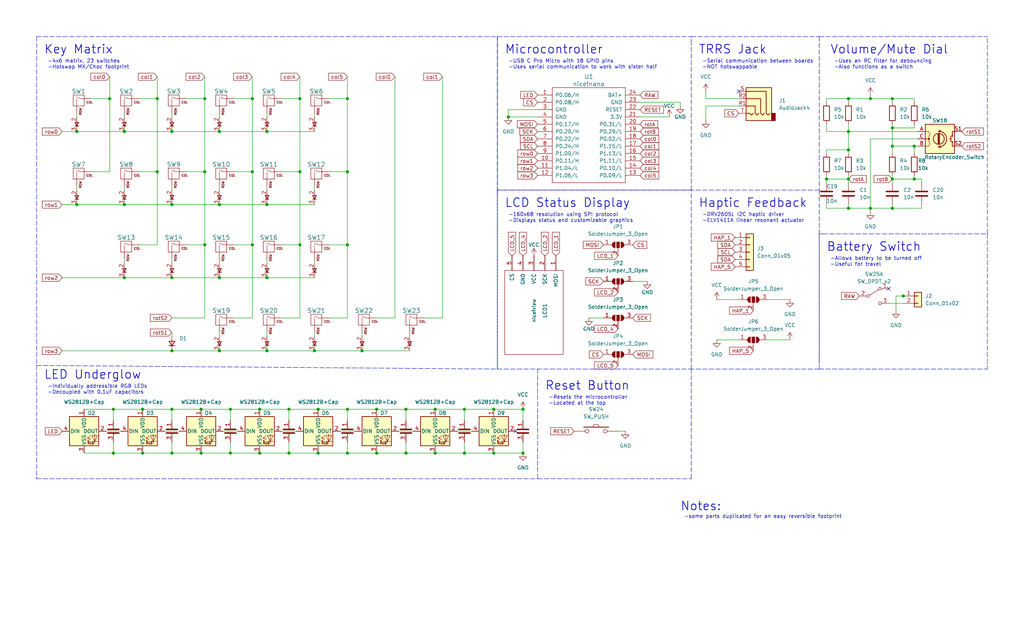
<source format=kicad_sch>
(kicad_sch (version 20211123) (generator eeschema)
  (paper "USLegal")
  (title_block (title "hb44") (date "2022-08-27") (rev "v1"))
  (junction (at 92.71 45.72))
  (junction (at 90.17 142.24))
  (junction (at 109.22 121.92))
  (junction (at 92.71 121.92))
  (junction (at 120.65 59.69))
  (junction (at 92.71 96.52))
  (junction (at 140.97 157.48))
  (junction (at 120.65 85.09))
  (junction (at 80.01 142.24))
  (junction (at 43.18 45.72))
  (junction (at 181.61 142.24))
  (junction (at 59.69 121.92))
  (junction (at 171.45 157.48))
  (junction (at 294.64 62.23))
  (junction (at 59.69 96.52))
  (junction (at 140.97 142.24))
  (junction (at 110.49 142.24))
  (junction (at 181.61 157.48))
  (junction (at 59.69 142.24))
  (junction (at 43.18 96.52))
  (junction (at 294.64 45.72))
  (junction (at 54.61 59.69))
  (junction (at 309.88 62.23))
  (junction (at 76.2 45.72))
  (junction (at 100.33 142.24))
  (junction (at 130.81 157.48))
  (junction (at 302.26 34.29))
  (junction (at 59.69 45.72))
  (junction (at 151.13 157.48))
  (junction (at 104.14 59.69))
  (junction (at 76.2 96.52))
  (junction (at 71.12 85.09))
  (junction (at 87.63 59.69))
  (junction (at 110.49 157.48))
  (junction (at 309.88 44.45))
  (junction (at 309.88 50.8))
  (junction (at 76.2 121.92))
  (junction (at 294.64 72.39))
  (junction (at 71.12 59.69))
  (junction (at 90.17 157.48))
  (junction (at 92.71 71.12))
  (junction (at 317.5 62.23))
  (junction (at 309.88 72.39))
  (junction (at 76.2 71.12))
  (junction (at 39.37 142.24))
  (junction (at 176.53 40.64))
  (junction (at 38.1 34.29))
  (junction (at 54.61 34.29))
  (junction (at 120.65 142.24))
  (junction (at 26.67 71.12))
  (junction (at 39.37 157.48))
  (junction (at 313.69 102.87))
  (junction (at 287.02 62.23))
  (junction (at 43.18 71.12))
  (junction (at 294.64 34.29))
  (junction (at 104.14 85.09))
  (junction (at 59.69 157.48))
  (junction (at 294.64 52.07))
  (junction (at 120.65 157.48))
  (junction (at 120.65 34.29))
  (junction (at 49.53 142.24))
  (junction (at 71.12 34.29))
  (junction (at 161.29 142.24))
  (junction (at 87.63 85.09))
  (junction (at 104.14 34.29))
  (junction (at 151.13 142.24))
  (junction (at 309.88 34.29))
  (junction (at 161.29 157.48))
  (junction (at 100.33 157.48))
  (junction (at 87.63 34.29))
  (junction (at 125.73 121.92))
  (junction (at 59.69 71.12))
  (junction (at 302.26 72.39))
  (junction (at 80.01 157.48))
  (junction (at 317.5 50.8))
  (junction (at 69.85 157.48))
  (junction (at 26.67 45.72))
  (junction (at 130.81 142.24))
  (junction (at 49.53 157.48))
  (junction (at 171.45 142.24))
  (junction (at 69.85 142.24))
  (no_connect (at 308.61 100.33))
  (no_connect (at 256.54 31.75))
  (no_connect (at 179.07 149.86))
  (polyline (pts (xy 172.72 128.27) (xy 240.03 128.27)))
  (wire (pts (xy 161.29 157.48) (xy 171.45 157.48)))
  (wire (pts (xy 59.69 142.24) (xy 69.85 142.24)))
  (polyline (pts (xy 12.7 166.37) (xy 12.7 165.735)))
  (wire (pts (xy 256.54 36.83) (xy 245.11 36.83)))
  (wire (pts (xy 266.7 118.11) (xy 274.32 118.11)))
  (wire (pts (xy 287.02 62.23) (xy 287.02 63.5)))
  (polyline (pts (xy 240.03 12.7) (xy 284.48 12.7)))
  (wire (pts (xy 59.69 115.57) (xy 59.69 116.84)))
  (wire (pts (xy 39.37 142.24) (xy 49.53 142.24)))
  (wire (pts (xy 36.83 149.86) (xy 41.91 149.86)))
  (wire (pts (xy 76.2 121.92) (xy 92.71 121.92)))
  (polyline (pts (xy 284.48 128.27) (xy 240.03 128.27)))
  (wire (pts (xy 26.67 64.77) (xy 26.67 66.04)))
  (wire (pts (xy 104.14 110.49) (xy 104.14 85.09)))
  (wire (pts (xy 80.01 142.24) (xy 90.17 142.24)))
  (wire (pts (xy 287.02 60.96) (xy 287.02 62.23)))
  (polyline (pts (xy 240.03 66.04) (xy 240.03 66.04)))
  (polyline (pts (xy 284.48 125.73) (xy 284.48 125.73)))
  (wire (pts (xy 100.33 153.67) (xy 100.33 157.48)))
  (wire (pts (xy 120.65 110.49) (xy 120.65 85.09)))
  (wire (pts (xy 320.04 62.23) (xy 317.5 62.23)))
  (wire (pts (xy 38.1 26.67) (xy 38.1 34.29)))
  (wire (pts (xy 158.75 149.86) (xy 163.83 149.86)))
  (wire (pts (xy 92.71 45.72) (xy 109.22 45.72)))
  (wire (pts (xy 314.96 102.87) (xy 313.69 102.87)))
  (wire (pts (xy 138.43 149.86) (xy 143.51 149.86)))
  (wire (pts (xy 294.64 45.72) (xy 294.64 43.18)))
  (wire (pts (xy 236.22 35.56) (xy 236.22 36.83)))
  (polyline (pts (xy 284.48 124.46) (xy 284.48 127)))
  (wire (pts (xy 26.67 39.37) (xy 26.67 40.64)))
  (wire (pts (xy 120.65 34.29) (xy 120.65 59.69)))
  (wire (pts (xy 120.65 153.67) (xy 120.65 157.48)))
  (wire (pts (xy 49.53 157.48) (xy 59.69 157.48)))
  (wire (pts (xy 287.02 62.23) (xy 294.64 62.23)))
  (wire (pts (xy 109.22 90.17) (xy 109.22 91.44)))
  (wire (pts (xy 176.53 40.64) (xy 186.69 40.64)))
  (wire (pts (xy 71.12 34.29) (xy 71.12 59.69)))
  (wire (pts (xy 59.69 157.48) (xy 69.85 157.48)))
  (wire (pts (xy 59.69 71.12) (xy 76.2 71.12)))
  (wire (pts (xy 294.64 35.56) (xy 294.64 34.29)))
  (wire (pts (xy 81.28 34.29) (xy 87.63 34.29)))
  (wire (pts (xy 294.64 45.72) (xy 294.64 52.07)))
  (wire (pts (xy 87.63 85.09) (xy 87.63 59.69)))
  (wire (pts (xy 92.71 121.92) (xy 109.22 121.92)))
  (wire (pts (xy 308.61 105.41) (xy 313.69 105.41)))
  (polyline (pts (xy 240.03 66.04) (xy 172.72 66.04)))
  (wire (pts (xy 142.24 115.57) (xy 142.24 116.84)))
  (wire (pts (xy 287.02 45.72) (xy 294.64 45.72)))
  (wire (pts (xy 317.5 35.56) (xy 317.5 34.29)))
  (polyline (pts (xy 284.48 66.04) (xy 284.48 125.73)))
  (wire (pts (xy 137.16 110.49) (xy 130.81 110.49)))
  (wire (pts (xy 97.79 149.86) (xy 102.87 149.86)))
  (wire (pts (xy 80.01 142.24) (xy 80.01 146.05)))
  (wire (pts (xy 302.26 48.26) (xy 302.26 72.39)))
  (wire (pts (xy 294.64 52.07) (xy 294.64 53.34)))
  (wire (pts (xy 92.71 39.37) (xy 92.71 40.64)))
  (wire (pts (xy 320.04 71.12) (xy 320.04 72.39)))
  (wire (pts (xy 81.28 59.69) (xy 87.63 59.69)))
  (wire (pts (xy 92.71 90.17) (xy 92.71 91.44)))
  (wire (pts (xy 309.88 43.18) (xy 309.88 44.45)))
  (wire (pts (xy 76.2 39.37) (xy 76.2 40.64)))
  (wire (pts (xy 317.5 50.8) (xy 318.77 50.8)))
  (polyline (pts (xy 186.69 166.37) (xy 240.03 166.37)))
  (wire (pts (xy 49.53 142.24) (xy 59.69 142.24)))
  (wire (pts (xy 90.17 157.48) (xy 100.33 157.48)))
  (wire (pts (xy 80.01 157.48) (xy 90.17 157.48)))
  (wire (pts (xy 39.37 142.24) (xy 39.37 146.05)))
  (wire (pts (xy 43.18 71.12) (xy 59.69 71.12)))
  (wire (pts (xy 171.45 157.48) (xy 181.61 157.48)))
  (wire (pts (xy 87.63 26.67) (xy 87.63 34.29)))
  (polyline (pts (xy 12.7 127) (xy 12.7 166.37)))
  (wire (pts (xy 140.97 153.67) (xy 140.97 157.48)))
  (wire (pts (xy 114.3 34.29) (xy 120.65 34.29)))
  (wire (pts (xy 80.01 153.67) (xy 80.01 157.48)))
  (wire (pts (xy 302.26 72.39) (xy 309.88 72.39)))
  (wire (pts (xy 48.26 34.29) (xy 54.61 34.29)))
  (wire (pts (xy 309.88 50.8) (xy 317.5 50.8)))
  (wire (pts (xy 140.97 157.48) (xy 151.13 157.48)))
  (wire (pts (xy 76.2 90.17) (xy 76.2 91.44)))
  (wire (pts (xy 309.88 50.8) (xy 309.88 53.34)))
  (wire (pts (xy 120.65 26.67) (xy 120.65 34.29)))
  (wire (pts (xy 151.13 157.48) (xy 161.29 157.48)))
  (wire (pts (xy 31.75 34.29) (xy 38.1 34.29)))
  (polyline (pts (xy 172.72 12.7) (xy 172.72 66.04)))
  (polyline (pts (xy 284.48 12.7) (xy 284.48 66.04)))
  (wire (pts (xy 294.64 62.23) (xy 294.64 63.5)))
  (polyline (pts (xy 12.7 12.7) (xy 172.72 12.7)))
  (wire (pts (xy 317.5 50.8) (xy 317.5 53.34)))
  (wire (pts (xy 59.69 142.24) (xy 59.69 146.05)))
  (wire (pts (xy 309.88 35.56) (xy 309.88 34.29)))
  (wire (pts (xy 302.26 73.66) (xy 302.26 72.39)))
  (wire (pts (xy 287.02 35.56) (xy 287.02 34.29)))
  (polyline (pts (xy 240.03 66.04) (xy 240.03 15.24)))
  (polyline (pts (xy 172.72 66.04) (xy 172.72 67.31)))
  (wire (pts (xy 294.64 72.39) (xy 302.26 72.39)))
  (wire (pts (xy 287.02 34.29) (xy 294.64 34.29)))
  (wire (pts (xy 248.92 118.11) (xy 256.54 118.11)))
  (wire (pts (xy 302.26 34.29) (xy 309.88 34.29)))
  (polyline (pts (xy 172.72 66.04) (xy 240.03 66.04)))
  (wire (pts (xy 43.18 90.17) (xy 43.18 91.44)))
  (wire (pts (xy 29.21 157.48) (xy 39.37 157.48)))
  (wire (pts (xy 171.45 142.24) (xy 181.61 142.24)))
  (wire (pts (xy 222.25 40.64) (xy 232.41 40.64)))
  (wire (pts (xy 287.02 52.07) (xy 294.64 52.07)))
  (wire (pts (xy 59.69 39.37) (xy 59.69 40.64)))
  (wire (pts (xy 186.69 38.1) (xy 176.53 38.1)))
  (wire (pts (xy 181.61 142.24) (xy 181.61 146.05)))
  (wire (pts (xy 161.29 153.67) (xy 161.29 157.48)))
  (wire (pts (xy 54.61 34.29) (xy 54.61 59.69)))
  (wire (pts (xy 245.11 34.29) (xy 256.54 34.29)))
  (wire (pts (xy 248.92 104.14) (xy 256.54 104.14)))
  (wire (pts (xy 59.69 90.17) (xy 59.69 91.44)))
  (wire (pts (xy 43.18 45.72) (xy 59.69 45.72)))
  (polyline (pts (xy 172.72 66.04) (xy 172.72 128.27)))
  (wire (pts (xy 294.64 71.12) (xy 294.64 72.39)))
  (wire (pts (xy 100.33 142.24) (xy 110.49 142.24)))
  (wire (pts (xy 71.12 85.09) (xy 71.12 59.69)))
  (wire (pts (xy 245.11 36.83) (xy 245.11 41.91)))
  (wire (pts (xy 151.13 142.24) (xy 161.29 142.24)))
  (wire (pts (xy 266.7 104.14) (xy 274.32 104.14)))
  (wire (pts (xy 97.79 85.09) (xy 104.14 85.09)))
  (wire (pts (xy 59.69 121.92) (xy 76.2 121.92)))
  (wire (pts (xy 21.59 71.12) (xy 26.67 71.12)))
  (wire (pts (xy 104.14 85.09) (xy 104.14 59.69)))
  (wire (pts (xy 48.26 85.09) (xy 54.61 85.09)))
  (polyline (pts (xy 172.72 128.27) (xy 172.72 12.7)))
  (wire (pts (xy 294.64 45.72) (xy 318.77 45.72)))
  (wire (pts (xy 109.22 64.77) (xy 109.22 66.04)))
  (wire (pts (xy 76.2 96.52) (xy 92.71 96.52)))
  (wire (pts (xy 309.88 34.29) (xy 317.5 34.29)))
  (wire (pts (xy 287.02 71.12) (xy 287.02 72.39)))
  (wire (pts (xy 43.18 96.52) (xy 59.69 96.52)))
  (polyline (pts (xy 342.9 81.28) (xy 342.9 12.7)))
  (polyline (pts (xy 240.03 15.24) (xy 240.03 12.7)))
  (wire (pts (xy 110.49 142.24) (xy 120.65 142.24)))
  (wire (pts (xy 90.17 142.24) (xy 100.33 142.24)))
  (wire (pts (xy 120.65 85.09) (xy 120.65 59.69)))
  (polyline (pts (xy 240.03 166.37) (xy 240.03 128.27)))
  (wire (pts (xy 97.79 34.29) (xy 104.14 34.29)))
  (wire (pts (xy 81.28 85.09) (xy 87.63 85.09)))
  (polyline (pts (xy 342.9 81.28) (xy 342.9 128.27)))
  (wire (pts (xy 140.97 142.24) (xy 140.97 146.05)))
  (polyline (pts (xy 12.7 127) (xy 172.72 128.27)))
  (wire (pts (xy 38.1 34.29) (xy 38.1 59.69)))
  (polyline (pts (xy 285.75 81.28) (xy 284.48 81.28)))
  (wire (pts (xy 181.61 153.67) (xy 181.61 157.48)))
  (wire (pts (xy 222.25 35.56) (xy 236.22 35.56)))
  (wire (pts (xy 69.85 157.48) (xy 80.01 157.48)))
  (wire (pts (xy 48.26 59.69) (xy 54.61 59.69)))
  (wire (pts (xy 43.18 64.77) (xy 43.18 66.04)))
  (wire (pts (xy 219.71 97.79) (xy 224.79 97.79)))
  (wire (pts (xy 71.12 110.49) (xy 71.12 85.09)))
  (wire (pts (xy 214.63 149.86) (xy 217.17 149.86)))
  (wire (pts (xy 59.69 96.52) (xy 76.2 96.52)))
  (wire (pts (xy 287.02 43.18) (xy 287.02 45.72)))
  (wire (pts (xy 176.53 38.1) (xy 176.53 40.64)))
  (polyline (pts (xy 284.48 66.04) (xy 240.03 66.04)))
  (wire (pts (xy 130.81 142.24) (xy 140.97 142.24)))
  (polyline (pts (xy 284.48 128.27) (xy 342.9 128.27)))
  (wire (pts (xy 118.11 149.86) (xy 123.19 149.86)))
  (wire (pts (xy 39.37 157.48) (xy 49.53 157.48)))
  (wire (pts (xy 39.37 153.67) (xy 39.37 157.48)))
  (wire (pts (xy 100.33 146.05) (xy 100.33 142.24)))
  (polyline (pts (xy 186.69 166.37) (xy 186.69 128.27)))
  (wire (pts (xy 64.77 85.09) (xy 71.12 85.09)))
  (wire (pts (xy 64.77 34.29) (xy 71.12 34.29)))
  (wire (pts (xy 109.22 115.57) (xy 109.22 116.84)))
  (wire (pts (xy 76.2 45.72) (xy 92.71 45.72)))
  (wire (pts (xy 245.11 34.29) (xy 245.11 31.75)))
  (wire (pts (xy 120.65 142.24) (xy 130.81 142.24)))
  (wire (pts (xy 69.85 142.24) (xy 80.01 142.24)))
  (wire (pts (xy 120.65 157.48) (xy 130.81 157.48)))
  (wire (pts (xy 64.77 59.69) (xy 71.12 59.69)))
  (wire (pts (xy 97.79 110.49) (xy 104.14 110.49)))
  (wire (pts (xy 125.73 115.57) (xy 125.73 116.84)))
  (wire (pts (xy 77.47 149.86) (xy 82.55 149.86)))
  (wire (pts (xy 317.5 43.18) (xy 317.5 44.45)))
  (wire (pts (xy 87.63 34.29) (xy 87.63 59.69)))
  (wire (pts (xy 97.79 59.69) (xy 104.14 59.69)))
  (wire (pts (xy 104.14 26.67) (xy 104.14 34.29)))
  (wire (pts (xy 21.59 96.52) (xy 43.18 96.52)))
  (wire (pts (xy 161.29 142.24) (xy 171.45 142.24)))
  (wire (pts (xy 294.64 60.96) (xy 294.64 62.23)))
  (wire (pts (xy 114.3 59.69) (xy 120.65 59.69)))
  (polyline (pts (xy 172.72 12.7) (xy 240.03 12.7)))
  (wire (pts (xy 92.71 96.52) (xy 109.22 96.52)))
  (wire (pts (xy 92.71 115.57) (xy 92.71 116.84)))
  (wire (pts (xy 130.81 157.48) (xy 140.97 157.48)))
  (wire (pts (xy 114.3 85.09) (xy 120.65 85.09)))
  (wire (pts (xy 302.26 48.26) (xy 318.77 48.26)))
  (wire (pts (xy 57.15 149.86) (xy 62.23 149.86)))
  (wire (pts (xy 71.12 26.67) (xy 71.12 34.29)))
  (wire (pts (xy 100.33 157.48) (xy 110.49 157.48)))
  (wire (pts (xy 110.49 157.48) (xy 120.65 157.48)))
  (wire (pts (xy 31.75 59.69) (xy 38.1 59.69)))
  (polyline (pts (xy 12.7 12.7) (xy 12.7 127)))
  (wire (pts (xy 125.73 121.92) (xy 142.24 121.92)))
  (wire (pts (xy 204.47 110.49) (xy 209.55 110.49)))
  (wire (pts (xy 81.28 110.49) (xy 87.63 110.49)))
  (wire (pts (xy 309.88 62.23) (xy 317.5 62.23)))
  (wire (pts (xy 311.15 102.87) (xy 311.15 107.95)))
  (wire (pts (xy 302.26 33.02) (xy 302.26 34.29)))
  (wire (pts (xy 320.04 63.5) (xy 320.04 62.23)))
  (wire (pts (xy 109.22 121.92) (xy 125.73 121.92)))
  (wire (pts (xy 309.88 60.96) (xy 309.88 62.23)))
  (wire (pts (xy 320.04 72.39) (xy 309.88 72.39)))
  (wire (pts (xy 59.69 110.49) (xy 71.12 110.49)))
  (polyline (pts (xy 12.7 166.37) (xy 186.69 166.37)))
  (wire (pts (xy 54.61 85.09) (xy 54.61 59.69)))
  (wire (pts (xy 76.2 115.57) (xy 76.2 116.84)))
  (wire (pts (xy 153.67 26.67) (xy 153.67 110.49)))
  (wire (pts (xy 59.69 45.72) (xy 76.2 45.72)))
  (polyline (pts (xy 284.48 81.28) (xy 284.48 128.27)))
  (wire (pts (xy 21.59 45.72) (xy 26.67 45.72)))
  (polyline (pts (xy 284.48 12.7) (xy 342.9 12.7)))
  (wire (pts (xy 137.16 26.67) (xy 137.16 110.49)))
  (wire (pts (xy 92.71 71.12) (xy 109.22 71.12)))
  (wire (pts (xy 309.88 44.45) (xy 317.5 44.45)))
  (wire (pts (xy 309.88 44.45) (xy 309.88 50.8)))
  (wire (pts (xy 21.59 121.92) (xy 59.69 121.92)))
  (wire (pts (xy 140.97 142.24) (xy 151.13 142.24)))
  (wire (pts (xy 309.88 71.12) (xy 309.88 72.39)))
  (wire (pts (xy 59.69 153.67) (xy 59.69 157.48)))
  (wire (pts (xy 120.65 142.24) (xy 120.65 146.05)))
  (wire (pts (xy 309.88 62.23) (xy 309.88 63.5)))
  (wire (pts (xy 161.29 142.24) (xy 161.29 146.05)))
  (wire (pts (xy 294.64 34.29) (xy 302.26 34.29)))
  (wire (pts (xy 76.2 64.77) (xy 76.2 66.04)))
  (wire (pts (xy 104.14 34.29) (xy 104.14 59.69)))
  (wire (pts (xy 114.3 110.49) (xy 120.65 110.49)))
  (wire (pts (xy 153.67 110.49) (xy 147.32 110.49)))
  (wire (pts (xy 287.02 72.39) (xy 294.64 72.39)))
  (wire (pts (xy 92.71 64.77) (xy 92.71 66.04)))
  (wire (pts (xy 29.21 142.24) (xy 39.37 142.24)))
  (wire (pts (xy 59.69 64.77) (xy 59.69 66.04)))
  (wire (pts (xy 76.2 71.12) (xy 92.71 71.12)))
  (wire (pts (xy 87.63 110.49) (xy 87.63 85.09)))
  (wire (pts (xy 43.18 39.37) (xy 43.18 40.64)))
  (polyline (pts (xy 240.03 128.27) (xy 240.03 66.04)))
  (wire (pts (xy 313.69 102.87) (xy 311.15 102.87)))
  (wire (pts (xy 317.5 60.96) (xy 317.5 62.23)))
  (wire (pts (xy 287.02 53.34) (xy 287.02 52.07)))
  (wire (pts (xy 109.22 39.37) (xy 109.22 40.64)))
  (polyline (pts (xy 285.75 81.28) (xy 342.9 81.28)))
  (wire (pts (xy 54.61 26.67) (xy 54.61 34.29)))
  (wire (pts (xy 26.67 45.72) (xy 43.18 45.72)))
  (wire (pts (xy 26.67 71.12) (xy 43.18 71.12)))
  (text "-Serial communication between boards\n-NOT hotswappable" (at 243.84 24.13 0) (effects (font (size 1.27 1.27)) (justify left bottom)))
  (text "-4x6 matrix, 23 switches\n-Hotswap MX/Choc footprint" (at 16.51 24.13 0) (effects (font (size 1.27 1.27)) (justify left bottom)))
  (text "Reset Button" (at 189.23 135.89 0) (effects (font (size 3 3) (thickness 0.254) bold) (justify left bottom)))
  (text "-USB C Pro Micro with 18 GPIO pins\n-Uses serial communication to work with sister half" (at 176.53 24.13 0) (effects (font (size 1.27 1.27)) (justify left bottom)))
  (text "-Allows battery to be turned off\n-Useful for travel" (at 288.29 92.71 0) (effects (font (size 1.27 1.27)) (justify left bottom)))
  (text "Key Matrix" (at 15.24 19.05 0) (effects (font (size 3 3) (thickness 0.254) bold) (justify left bottom)))
  (text "Microcontroller" (at 175.26 19.05 0) (effects (font (size 3 3) (thickness 0.254) bold) (justify left bottom)))
  (text "-DRV2605L I2C haptic driver\n-ELV1411A linear resonant actuator" (at 243.84 77.47 0) (effects (font (size 1.27 1.27)) (justify left bottom)))
  (text "-Resets the microcontroller\n-Located at the top" (at 190.5 140.97 0) (effects (font (size 1.27 1.27)) (justify left bottom)))
  (text "LCD Status Display" (at 175.26 72.39 0) (effects (font (size 3 3) (thickness 0.254) bold) (justify left bottom)))
  (text "-Uses an RC filter for debouncing\n-Also functions as a switch" (at 289.56 24.13 0) (effects (font (size 1.27 1.27)) (justify left bottom)))
  (text "TRRS Jack" (at 242.57 19.05 0) (effects (font (size 3 3) (thickness 0.254) bold) (justify left bottom)))
  (text "LED Underglow" (at 15.24 132.08 0) (effects (font (size 3 3) (thickness 0.254) bold) (justify left bottom)))
  (text "Notes:" (at 236.22 177.8 0) (effects (font (size 3 3) (thickness 0.254) bold) (justify left bottom)))
  (text "Battery Switch" (at 287.02 87.63 0) (effects (font (size 3 3) (thickness 0.254) bold) (justify left bottom)))
  (text "-some parts duplicated for an easy reversible footprint" (at 237.49 180.34 0) (effects (font (size 1.27 1.27)) (justify left bottom)))
  (text "-Individually addressible RGB LEDs\n-Decoupled with 0.1uF capacitors" (at 16.51 137.16 0) (effects (font (size 1.27 1.27)) (justify left bottom)))
  (text "-160x68 resolution using SPI protocol\n-Displays status and customizable graphics" (at 176.53 77.47 0) (effects (font (size 1.27 1.27)) (justify left bottom)))
  (text "Haptic Feedback" (at 242.57 72.39 0) (effects (font (size 3 3) (thickness 0.254) bold) (justify left bottom)))
  (text "Volume/Mute Dial" (at 288.29 19.05 0) (effects (font (size 3 3) (thickness 0.254) bold) (justify left bottom)))
  (global_label "MOSI" (shape input) (at 219.71 123.19 0) (property "Intersheet References" "${INTERSHEET_REFS}" (effects hide)))
  (global_label "col3" (shape input) (at 222.25 55.88 0) (property "Intersheet References" "${INTERSHEET_REFS}" (effects hide)))
  (global_label "RESET" (shape input) (at 222.25 38.1 0) (property "Intersheet References" "${INTERSHEET_REFS}" (effects hide)))
  (global_label "row2" (shape input) (at 21.59 96.52 180) (property "Intersheet References" "${INTERSHEET_REFS}" (effects hide)))
  (global_label "LCD_4" (shape input) (at 214.63 114.3 180) (property "Intersheet References" "${INTERSHEET_REFS}" (effects hide)))
  (global_label "SCL" (shape input) (at 186.69 50.8 180) (property "Intersheet References" "${INTERSHEET_REFS}" (effects hide)))
  (global_label "RAW" (shape input) (at 298.45 102.87 180) (property "Intersheet References" "${INTERSHEET_REFS}" (effects hide)))
  (global_label "CS" (shape input) (at 209.55 123.19 180) (property "Intersheet References" "${INTERSHEET_REFS}" (effects hide)))
  (global_label "row2" (shape input) (at 186.69 58.42 180) (property "Intersheet References" "${INTERSHEET_REFS}" (effects hide)))
  (global_label "CS" (shape input) (at 256.54 39.37 180) (property "Intersheet References" "${INTERSHEET_REFS}" (effects hide)))
  (global_label "row3" (shape input) (at 186.69 60.96 180) (property "Intersheet References" "${INTERSHEET_REFS}" (effects hide)))
  (global_label "SDA" (shape input) (at 255.27 85.09 180) (property "Intersheet References" "${INTERSHEET_REFS}" (effects hide)))
  (global_label "rotS1" (shape input) (at 334.01 45.72 0) (property "Intersheet References" "${INTERSHEET_REFS}" (effects hide)))
  (global_label "col1" (shape input) (at 153.67 26.67 180) (property "Intersheet References" "${INTERSHEET_REFS}" (effects hide)))
  (global_label "rotA" (shape input) (at 222.25 43.18 0) (property "Intersheet References" "${INTERSHEET_REFS}" (effects hide)))
  (global_label "row1" (shape input) (at 186.69 55.88 180) (property "Intersheet References" "${INTERSHEET_REFS}" (effects hide)))
  (global_label "rotS2" (shape input) (at 334.01 50.8 0) (property "Intersheet References" "${INTERSHEET_REFS}" (effects hide)))
  (global_label "SCK" (shape input) (at 209.55 97.79 180) (property "Intersheet References" "${INTERSHEET_REFS}" (effects hide)))
  (global_label "RESET" (shape input) (at 199.39 149.86 180) (property "Intersheet References" "${INTERSHEET_REFS}" (effects hide)))
  (global_label "MOSI" (shape input) (at 186.69 43.18 180) (property "Intersheet References" "${INTERSHEET_REFS}" (effects hide)))
  (global_label "LED" (shape input) (at 21.59 149.86 180) (property "Intersheet References" "${INTERSHEET_REFS}" (effects hide)))
  (global_label "col4" (shape input) (at 222.25 58.42 0) (property "Intersheet References" "${INTERSHEET_REFS}" (effects hide)))
  (global_label "col5" (shape input) (at 120.65 26.67 180) (property "Intersheet References" "${INTERSHEET_REFS}" (effects hide)))
  (global_label "MOSI" (shape input) (at 209.55 85.09 180) (property "Intersheet References" "${INTERSHEET_REFS}" (effects hide)))
  (global_label "row0" (shape input) (at 21.59 45.72 180) (property "Intersheet References" "${INTERSHEET_REFS}" (effects hide)))
  (global_label "LCD_5" (shape input) (at 177.8 88.9 90) (property "Intersheet References" "${INTERSHEET_REFS}" (effects hide)))
  (global_label "rotB" (shape input) (at 222.25 45.72 0) (property "Intersheet References" "${INTERSHEET_REFS}" (effects hide)))
  (global_label "RAW" (shape input) (at 222.25 33.02 0) (property "Intersheet References" "${INTERSHEET_REFS}" (effects hide)))
  (global_label "col2" (shape input) (at 222.25 53.34 0) (property "Intersheet References" "${INTERSHEET_REFS}" (effects hide)))
  (global_label "HAP_5" (shape input) (at 255.27 92.71 180) (property "Intersheet References" "${INTERSHEET_REFS}" (effects hide)))
  (global_label "col5" (shape input) (at 222.25 60.96 0) (property "Intersheet References" "${INTERSHEET_REFS}" (effects hide)))
  (global_label "LCD_2" (shape input) (at 214.63 101.6 180) (property "Intersheet References" "${INTERSHEET_REFS}" (effects hide)))
  (global_label "LCD_5" (shape input) (at 214.63 127 180) (property "Intersheet References" "${INTERSHEET_REFS}" (effects hide)))
  (global_label "col0" (shape input) (at 38.1 26.67 180) (property "Intersheet References" "${INTERSHEET_REFS}" (effects hide)))
  (global_label "row1" (shape input) (at 21.59 71.12 180) (property "Intersheet References" "${INTERSHEET_REFS}" (effects hide)))
  (global_label "CS" (shape input) (at 219.71 85.09 0) (property "Intersheet References" "${INTERSHEET_REFS}" (effects hide)))
  (global_label "LCD_1" (shape input) (at 193.04 88.9 90) (property "Intersheet References" "${INTERSHEET_REFS}" (effects hide)))
  (global_label "rotS2" (shape input) (at 59.69 110.49 180) (property "Intersheet References" "${INTERSHEET_REFS}" (effects hide)))
  (global_label "row3" (shape input) (at 21.59 121.92 180) (property "Intersheet References" "${INTERSHEET_REFS}" (effects hide)))
  (global_label "rotS1" (shape input) (at 59.69 115.57 180) (property "Intersheet References" "${INTERSHEET_REFS}" (effects hide)))
  (global_label "HAP_5" (shape input) (at 261.62 121.92 180) (property "Intersheet References" "${INTERSHEET_REFS}" (effects hide)))
  (global_label "col4" (shape input) (at 104.14 26.67 180) (property "Intersheet References" "${INTERSHEET_REFS}" (effects hide)))
  (global_label "SCK" (shape input) (at 219.71 110.49 0) (property "Intersheet References" "${INTERSHEET_REFS}" (effects hide)))
  (global_label "SDA" (shape input) (at 186.69 48.26 180) (property "Intersheet References" "${INTERSHEET_REFS}" (effects hide)))
  (global_label "HAP_1" (shape input) (at 255.27 82.55 180) (property "Intersheet References" "${INTERSHEET_REFS}" (effects hide)))
  (global_label "LCD_4" (shape input) (at 181.61 88.9 90) (property "Intersheet References" "${INTERSHEET_REFS}" (effects hide)))
  (global_label "HAP_1" (shape input) (at 261.62 107.95 180) (property "Intersheet References" "${INTERSHEET_REFS}" (effects hide)))
  (global_label "LCD_2" (shape input) (at 189.23 88.9 90) (property "Intersheet References" "${INTERSHEET_REFS}" (effects hide)))
  (global_label "LED" (shape input) (at 186.69 33.02 180) (property "Intersheet References" "${INTERSHEET_REFS}" (effects hide)))
  (global_label "col3" (shape input) (at 87.63 26.67 180) (property "Intersheet References" "${INTERSHEET_REFS}" (effects hide)))
  (global_label "SCK" (shape input) (at 186.69 45.72 180) (property "Intersheet References" "${INTERSHEET_REFS}" (effects hide)))
  (global_label "SDA" (shape input) (at 255.27 90.17 180) (property "Intersheet References" "${INTERSHEET_REFS}" (effects hide)))
  (global_label "LCD_1" (shape input) (at 214.63 88.9 180) (property "Intersheet References" "${INTERSHEET_REFS}" (effects hide)))
  (global_label "col2" (shape input) (at 71.12 26.67 180) (property "Intersheet References" "${INTERSHEET_REFS}" (effects hide)))
  (global_label "col1" (shape input) (at 222.25 50.8 0) (property "Intersheet References" "${INTERSHEET_REFS}" (effects hide)))
  (global_label "rotA" (shape input) (at 294.64 62.23 0) (property "Intersheet References" "${INTERSHEET_REFS}" (effects hide)))
  (global_label "CS" (shape input) (at 186.69 35.56 180) (property "Intersheet References" "${INTERSHEET_REFS}" (effects hide)))
  (global_label "row0" (shape input) (at 186.69 53.34 180) (property "Intersheet References" "${INTERSHEET_REFS}" (effects hide)))
  (global_label "col1" (shape input) (at 54.61 26.67 180) (property "Intersheet References" "${INTERSHEET_REFS}" (effects hide)))
  (global_label "col0" (shape input) (at 137.16 26.67 180) (property "Intersheet References" "${INTERSHEET_REFS}" (effects hide)))
  (global_label "col0" (shape input) (at 222.25 48.26 0) (property "Intersheet References" "${INTERSHEET_REFS}" (effects hide)))
  (global_label "SCL" (shape input) (at 255.27 87.63 180) (property "Intersheet References" "${INTERSHEET_REFS}" (effects hide)))
  (global_label "rotB" (shape input) (at 309.88 62.23 180) (property "Intersheet References" "${INTERSHEET_REFS}" (effects hide)))
  (symbol (lib_id "power:GND") (at 248.92 118.11 0) (unit 1)
    (property "Reference" "#PWR0115" (effects hide))
    (property "Value" "GND" (at 248.92 123.19 0))
  )
  (symbol (lib_id "Device:C") (at 320.04 67.31 0) (unit 1)
    (property "Reference" "C20" (at 323.85 66.0399 0) (effects (justify left)))
    (property "Value" "10n" (at 323.85 68.5799 0) (effects (justify left)))
    (property "Footprint" "keyswitches:Cap_0603_Clean" (effects hide))
  )
  (symbol (lib_name "Switch+Diode_13") (lib_id "hb44:Switch+Diode") (at 77.47 111.76 0) (unit 1)
    (property "Reference" "SW19" (at 76.835 107.95 0) (effects (font (size 1.524 1.524))))
    (property "Value" "Switch+Diode" (effects hide))
    (property "Footprint" "hb44:SMD_CherryMX_MidHeight_Choc_HotSwap+SOD123" (effects hide))
  )
  (symbol (lib_id "power:GND") (at 224.79 97.79 0) (unit 1)
    (property "Reference" "#PWR0106" (effects hide))
    (property "Value" "GND" (at 224.79 101.6 0))
  )
  (symbol (lib_name "Switch+Diode_14") (lib_id "hb44:Switch+Diode") (at 93.98 35.56 0) (unit 1)
    (property "Reference" "SW5" (at 93.345 31.75 0) (effects (font (size 1.524 1.524))))
    (property "Value" "Switch+Diode" (effects hide))
    (property "Footprint" "hb44:SMD_CherryMX_MidHeight_Choc_HotSwap+SOD123" (effects hide))
  )
  (symbol (lib_id "Device:RotaryEncoder_Switch") (at 326.39 48.26 0) (unit 1)
    (property "Reference" "SW18" (at 326.39 41.91 0))
    (property "Value" "RotaryEncoder_Switch" (at 331.47 54.61 0))
    (property "Footprint" "keyswitches:ec11" (effects hide))
  )
  (symbol (lib_id "power:VCC") (at 274.32 118.11 0) (unit 1)
    (property "Reference" "#PWR0104" (effects hide))
    (property "Value" "VCC" (at 274.32 113.03 0))
  )
  (symbol (lib_id "power:GND") (at 274.32 104.14 0) (unit 1)
    (property "Reference" "#PWR0114" (effects hide))
    (property "Value" "GND" (at 274.32 109.22 0))
  )
  (symbol (lib_name "Switch+Diode_2") (lib_id "hb44:Switch+Diode") (at 44.45 35.56 0) (unit 1)
    (property "Reference" "SW2" (at 43.815 31.75 0) (effects (font (size 1.524 1.524))))
    (property "Value" "Switch+Diode" (effects hide))
    (property "Footprint" "hb44:SMD_CherryMX_MidHeight_Choc_HotSwap+SOD123" (effects hide))
  )
  (symbol (lib_id "hb44:nice!view") (at 186.69 107.95 270) (unit 1)
    (property "Reference" "LCD1" (at 189.23 107.95 0) (effects (font (size 1.2954 1.2954))))
    (property "Value" "nice!view" (at 185.42 107.95 0) (effects (font (size 1.1938 1.1938))))
    (property "Footprint" "hb44:nice!view" (effects hide))
  )
  (symbol (lib_name "Switch+Diode_15") (lib_id "hb44:Switch+Diode") (at 77.47 35.56 0) (unit 1)
    (property "Reference" "SW4" (at 76.835 31.75 0) (effects (font (size 1.524 1.524))))
    (property "Value" "Switch+Diode" (effects hide))
    (property "Footprint" "hb44:SMD_CherryMX_MidHeight_Choc_HotSwap+SOD123" (effects hide))
  )
  (symbol (lib_id "power:GND") (at 217.17 149.86 0) (unit 1)
    (property "Reference" "#PWR0118" (effects hide))
    (property "Value" "GND" (at 217.17 154.94 0))
  )
  (symbol (lib_id "hb44:Switch+Diode") (at 110.49 86.36 0) (unit 1)
    (property "Reference" "SW17" (at 109.855 82.55 0) (effects (font (size 1.524 1.524))))
    (property "Value" "Switch+Diode" (effects hide))
    (property "Footprint" "hb44:SMD_CherryMX_MidHeight_Choc_HotSwap+SOD123" (effects hide))
  )
  (symbol (lib_id "hb44:WS2812B+Cap") (at 171.45 149.86 0) (unit 1)
    (property "Reference" "D9" (at 173.99 143.51 0))
    (property "Value" "WS2812B+Cap" (at 171.45 139.7 0))
    (property "Footprint" "hb44:SMD_WS2812B+Cap0603" (effects hide))
    (property "Datasheet" "https://cdn-shop.adafruit.com/datasheets/WS2812B.pdf" (effects hide))
  )
  (symbol (lib_id "power:VCC") (at 181.61 142.24 0) (unit 1)
    (property "Reference" "#PWR0113" (effects hide))
    (property "Value" "VCC" (at 181.61 137.16 0))
  )
  (symbol (lib_id "Device:R") (at 309.88 39.37 0) (unit 1)
    (property "Reference" "R2" (at 312.42 38.0999 0) (effects (justify left)))
    (property "Value" "10k" (at 312.42 40.6399 0) (effects (justify left)))
    (property "Footprint" "keyswitches:Res_1206_Clean" (effects hide))
  )
  (symbol (lib_id "Connector:AudioJack4") (at 261.62 34.29 0) (mirror y) (unit 1)
    (property "Reference" "J1" (at 270.51 34.9249 0) (effects (justify right)))
    (property "Value" "AudioJack4" (at 270.51 37.4649 0) (effects (justify right)))
    (property "Footprint" "hb44:SMD_3.5mm_TRRS" (effects hide))
  )
  (symbol (lib_id "Device:R") (at 317.5 57.15 0) (unit 1)
    (property "Reference" "R8" (at 318.77 55.88 0) (effects (justify left)))
    (property "Value" "10k" (at 318.77 58.42 0) (effects (justify left)))
    (property "Footprint" "keyswitches:Res_1206_Clean" (effects hide))
  )
  (symbol (lib_id "power:VCC") (at 302.26 33.02 0) (unit 1)
    (property "Reference" "#PWR0108" (effects hide))
    (property "Value" "VCC" (at 302.26 27.94 0))
  )
  (symbol (lib_name "Switch+Diode_3") (lib_id "hb44:Switch+Diode") (at 27.94 60.96 0) (unit 1)
    (property "Reference" "SW7" (at 27.305 57.15 0) (effects (font (size 1.524 1.524))))
    (property "Value" "Switch+Diode" (effects hide))
    (property "Footprint" "hb44:SMD_CherryMX_MidHeight_Choc_HotSwap+SOD123" (effects hide))
  )
  (symbol (lib_id "Jumper:SolderJumper_3_Open") (at 214.63 85.09 0) (unit 1)
    (property "Reference" "JP1" (at 214.63 78.74 0))
    (property "Value" "SolderJumper_3_Open" (at 214.63 81.28 0))
    (property "Footprint" "keyswitches:jumperClean" (effects hide))
  )
  (symbol (lib_id "hb44:WS2812B+Cap") (at 151.13 149.86 0) (unit 1)
    (property "Reference" "D8" (at 153.67 143.51 0))
    (property "Value" "WS2812B+Cap" (at 151.13 139.7 0))
    (property "Footprint" "hb44:SMD_WS2812B+Cap0603" (effects hide))
    (property "Datasheet" "https://cdn-shop.adafruit.com/datasheets/WS2812B.pdf" (effects hide))
  )
  (symbol (lib_name "Switch+Diode_5") (lib_id "hb44:Switch+Diode") (at 93.98 86.36 0) (unit 1)
    (property "Reference" "SW16" (at 93.345 82.55 0) (effects (font (size 1.524 1.524))))
    (property "Value" "Switch+Diode" (effects hide))
    (property "Footprint" "hb44:SMD_CherryMX_MidHeight_Choc_HotSwap+SOD123" (effects hide))
  )
  (symbol (lib_name "Switch+Diode_12") (lib_id "hb44:Switch+Diode") (at 93.98 111.76 0) (unit 1)
    (property "Reference" "SW20" (at 93.345 107.95 0) (effects (font (size 1.524 1.524))))
    (property "Value" "Switch+Diode" (effects hide))
    (property "Footprint" "hb44:SMD_CherryMX_MidHeight_Choc_HotSwap+SOD123" (effects hide))
  )
  (symbol (lib_id "hb44:WS2812B+Cap") (at 49.53 149.86 0) (unit 1)
    (property "Reference" "D3" (at 52.07 143.51 0))
    (property "Value" "WS2812B+Cap" (at 49.53 139.7 0))
    (property "Footprint" "hb44:SMD_WS2812B+Cap0603" (effects hide))
    (property "Datasheet" "https://cdn-shop.adafruit.com/datasheets/WS2812B.pdf" (effects hide))
  )
  (symbol (lib_id "power:VCC") (at 185.42 88.9 0) (unit 1)
    (property "Reference" "#PWR0105" (effects hide))
    (property "Value" "VCC" (at 185.42 85.09 0))
  )
  (symbol (lib_id "power:GND") (at 245.11 41.91 0) (unit 1)
    (property "Reference" "#PWR0110" (effects hide))
    (property "Value" "GND" (at 245.11 46.99 0))
  )
  (symbol (lib_name "Switch+Diode_17") (lib_id "hb44:Switch+Diode") (at 143.51 111.76 0) (unit 1)
    (property "Reference" "SW23" (at 142.875 107.95 0) (effects (font (size 1.524 1.524))))
    (property "Value" "Switch+Diode" (effects hide))
    (property "Footprint" "hb44:SMD_CherryMX_MidHeight_Choc_HotSwap+SOD123" (effects hide))
  )
  (symbol (lib_id "hb44:WS2812B+Cap") (at 69.85 149.86 0) (unit 1)
    (property "Reference" "D4" (at 72.39 143.51 0))
    (property "Value" "WS2812B+Cap" (at 69.85 139.7 0))
    (property "Footprint" "hb44:SMD_WS2812B+Cap0603" (effects hide))
    (property "Datasheet" "https://cdn-shop.adafruit.com/datasheets/WS2812B.pdf" (effects hide))
  )
  (symbol (lib_id "Device:C") (at 287.02 67.31 0) (unit 1)
    (property "Reference" "C19" (at 287.02 64.77 0) (effects (justify left)))
    (property "Value" "10n" (at 287.02 69.85 0) (effects (justify left)))
    (property "Footprint" "keyswitches:Cap_0603_Clean" (effects hide))
  )
  (symbol (lib_name "Switch+Diode_7") (lib_id "hb44:Switch+Diode") (at 93.98 60.96 0) (unit 1)
    (property "Reference" "SW11" (at 93.345 57.15 0) (effects (font (size 1.524 1.524))))
    (property "Value" "Switch+Diode" (effects hide))
    (property "Footprint" "hb44:SMD_CherryMX_MidHeight_Choc_HotSwap+SOD123" (effects hide))
  )
  (symbol (lib_id "Jumper:SolderJumper_3_Open") (at 214.63 123.19 0) (unit 1)
    (property "Reference" "JP4" (at 214.63 116.84 0))
    (property "Value" "SolderJumper_3_Open" (at 214.63 119.38 0))
    (property "Footprint" "keyswitches:jumperClean" (effects hide))
  )
  (symbol (lib_name "Switch+Diode_21") (lib_id "hb44:Switch+Diode") (at 110.49 111.76 0) (unit 1)
    (property "Reference" "SW21" (at 109.855 107.95 0) (effects (font (size 1.524 1.524))))
    (property "Value" "Switch+Diode" (effects hide))
    (property "Footprint" "hb44:SMD_CherryMX_MidHeight_Choc_HotSwap+SOD123" (effects hide))
  )
  (symbol (lib_id "power:VCC") (at 232.41 40.64 0) (unit 1)
    (property "Reference" "#PWR0103" (effects hide))
    (property "Value" "VCC" (at 232.41 36.83 0))
  )
  (symbol (lib_id "power:VCC") (at 245.11 31.75 0) (unit 1)
    (property "Reference" "#PWR0111" (effects hide))
    (property "Value" "VCC" (at 245.11 26.67 0))
  )
  (symbol (lib_name "Switch+Diode_11") (lib_id "hb44:Switch+Diode") (at 60.96 86.36 0) (unit 1)
    (property "Reference" "SW14" (at 60.325 82.55 0) (effects (font (size 1.524 1.524))))
    (property "Value" "Switch+Diode" (effects hide))
    (property "Footprint" "hb44:SMD_CherryMX_MidHeight_Choc_HotSwap+SOD123" (effects hide))
  )
  (symbol (lib_name "Switch+Diode_19") (lib_id "hb44:Switch+Diode") (at 110.49 35.56 0) (unit 1)
    (property "Reference" "SW6" (at 109.855 31.75 0) (effects (font (size 1.524 1.524))))
    (property "Value" "Switch+Diode" (effects hide))
    (property "Footprint" "hb44:SMD_CherryMX_MidHeight_Choc_HotSwap+SOD123" (effects hide))
  )
  (symbol (lib_id "Connector_Generic:Conn_01x05") (at 260.35 87.63 0) (unit 1)
    (property "Reference" "J3" (at 262.89 86.3599 0) (effects (justify left)))
    (property "Value" "Conn_01x05" (at 262.89 88.8999 0) (effects (justify left)))
    (property "Footprint" "hb44:Pimoroni Haptic Buzz DRV2605L Driver" (effects hide))
  )
  (symbol (lib_id "hb44:WS2812B+Cap") (at 130.81 149.86 0) (unit 1)
    (property "Reference" "D7" (at 133.35 143.51 0))
    (property "Value" "WS2812B+Cap" (at 130.81 139.7 0))
    (property "Footprint" "hb44:SMD_WS2812B+Cap0603" (effects hide))
    (property "Datasheet" "https://cdn-shop.adafruit.com/datasheets/WS2812B.pdf" (effects hide))
  )
  (symbol (lib_id "hb44:nice!nano") (at 204.47 46.99 0) (unit 1)
    (property "Reference" "U1" (at 204.47 26.67 0) (effects (font (size 1.524 1.524))))
    (property "Value" "nice!nano" (at 204.47 29.21 0) (effects (font (size 1.524 1.524))))
    (property "Footprint" "hb44:nice!nano" (effects hide))
  )
  (symbol (lib_id "Jumper:SolderJumper_3_Open") (at 214.63 110.49 0) (unit 1)
    (property "Reference" "JP3" (at 214.63 104.14 0))
    (property "Value" "SolderJumper_3_Open" (at 214.63 106.68 0))
    (property "Footprint" "keyswitches:jumperClean" (effects hide))
  )
  (symbol (lib_id "Device:R") (at 309.88 57.15 0) (unit 1)
    (property "Reference" "R4" (at 312.42 55.8799 0) (effects (justify left)))
    (property "Value" "10k" (at 312.42 58.4199 0) (effects (justify left)))
    (property "Footprint" "keyswitches:Res_1206_Clean" (effects hide))
  )
  (symbol (lib_name "Switch+Diode_18") (lib_id "hb44:Switch+Diode") (at 127 111.76 0) (unit 1)
    (property "Reference" "SW22" (at 126.365 107.95 0) (effects (font (size 1.524 1.524))))
    (property "Value" "Switch+Diode" (effects hide))
    (property "Footprint" "hb44:SMD_CherryMX_MidHeight_Choc_HotSwap+SOD123" (effects hide))
  )
  (symbol (lib_id "power:GND") (at 181.61 157.48 0) (unit 1)
    (property "Reference" "#PWR0112" (effects hide))
    (property "Value" "GND" (at 181.61 162.56 0))
  )
  (symbol (lib_id "power:GND") (at 311.15 107.95 0) (unit 1)
    (property "Reference" "#PWR0102" (effects hide))
    (property "Value" "GND" (at 311.15 113.03 0))
  )
  (symbol (lib_id "power:VCC") (at 248.92 104.14 0) (unit 1)
    (property "Reference" "#PWR0117" (effects hide))
    (property "Value" "VCC" (at 248.92 99.06 0))
  )
  (symbol (lib_id "Jumper:SolderJumper_3_Open") (at 261.62 104.14 0) (unit 1)
    (property "Reference" "JP5" (at 261.62 97.79 0))
    (property "Value" "SolderJumper_3_Open" (at 261.62 100.33 0))
    (property "Footprint" "keyswitches:jumperClean" (effects hide))
  )
  (symbol (lib_name "Switch+Diode_10") (lib_id "hb44:Switch+Diode") (at 44.45 86.36 0) (unit 1)
    (property "Reference" "SW13" (at 43.815 82.55 0) (effects (font (size 1.524 1.524))))
    (property "Value" "Switch+Diode" (effects hide))
    (property "Footprint" "hb44:SMD_CherryMX_MidHeight_Choc_HotSwap+SOD123" (effects hide))
  )
  (symbol (lib_id "Device:R") (at 294.64 39.37 0) (unit 1)
    (property "Reference" "R1" (at 297.18 38.0999 0) (effects (justify left)))
    (property "Value" "10k" (at 297.18 40.6399 0) (effects (justify left)))
    (property "Footprint" "keyswitches:Res_1206_Clean" (effects hide))
  )
  (symbol (lib_id "power:GND") (at 302.26 73.66 0) (unit 1)
    (property "Reference" "#PWR0107" (effects hide))
    (property "Value" "GND" (at 302.26 78.74 0))
  )
  (symbol (lib_id "power:GND") (at 236.22 36.83 0) (unit 1)
    (property "Reference" "#PWR0109" (effects hide))
    (property "Value" "GND" (at 236.22 40.64 0))
  )
  (symbol (lib_id "kbd:SW_PUSH") (at 207.01 149.86 0) (unit 1)
    (property "Reference" "SW24" (at 207.01 142.24 0))
    (property "Value" "SW_PUSH" (at 207.01 144.78 0))
    (property "Footprint" "hb44:SMD_SW_PUSH" (effects hide))
  )
  (symbol (lib_id "Device:C") (at 309.88 67.31 0) (unit 1)
    (property "Reference" "C2" (at 313.69 66.0399 0) (effects (justify left)))
    (property "Value" "10n" (at 313.69 68.5799 0) (effects (justify left)))
    (property "Footprint" "keyswitches:Cap_0603_Clean" (effects hide))
  )
  (symbol (lib_name "Switch+Diode_9") (lib_id "hb44:Switch+Diode") (at 60.96 60.96 0) (unit 1)
    (property "Reference" "SW9" (at 60.325 57.15 0) (effects (font (size 1.524 1.524))))
    (property "Value" "Switch+Diode" (effects hide))
    (property "Footprint" "hb44:SMD_CherryMX_MidHeight_Choc_HotSwap+SOD123" (effects hide))
  )
  (symbol (lib_id "hb44:WS2812B+Cap") (at 90.17 149.86 0) (unit 1)
    (property "Reference" "D5" (at 92.71 143.51 0))
    (property "Value" "WS2812B+Cap" (at 90.17 139.7 0))
    (property "Footprint" "hb44:SMD_WS2812B+Cap0603" (effects hide))
    (property "Datasheet" "https://cdn-shop.adafruit.com/datasheets/WS2812B.pdf" (effects hide))
  )
  (symbol (lib_id "Device:R") (at 287.02 57.15 0) (unit 1)
    (property "Reference" "R7" (at 289.56 55.8799 0) (effects (justify left)))
    (property "Value" "10k" (at 289.56 58.4199 0) (effects (justify left)))
    (property "Footprint" "keyswitches:Res_1206_Clean" (effects hide))
  )
  (symbol (lib_id "Device:C") (at 294.64 67.31 0) (unit 1)
    (property "Reference" "C1" (at 298.45 66.0399 0) (effects (justify left)))
    (property "Value" "10n" (at 298.45 68.5799 0) (effects (justify left)))
    (property "Footprint" "keyswitches:Cap_0603_Clean" (effects hide))
  )
  (symbol (lib_name "Switch+Diode_6") (lib_id "hb44:Switch+Diode") (at 77.47 86.36 0) (unit 1)
    (property "Reference" "SW15" (at 76.835 82.55 0) (effects (font (size 1.524 1.524))))
    (property "Value" "Switch+Diode" (effects hide))
    (property "Footprint" "hb44:SMD_CherryMX_MidHeight_Choc_HotSwap+SOD123" (effects hide))
  )
  (symbol (lib_id "Switch:SW_DPDT_x2") (at 303.53 102.87 0) (unit 1)
    (property "Reference" "SW25" (at 303.53 95.25 0))
    (property "Value" "SW_DPDT_x2" (at 303.53 97.79 0))
    (property "Footprint" "Button_Switch_SMD:SW_SPDT_PCM12" (effects hide))
  )
  (symbol (lib_id "hb44:WS2812B+Cap") (at 110.49 149.86 0) (unit 1)
    (property "Reference" "D6" (at 113.03 143.51 0))
    (property "Value" "WS2812B+Cap" (at 110.49 139.7 0))
    (property "Footprint" "hb44:SMD_WS2812B+Cap0603" (effects hide))
    (property "Datasheet" "https://cdn-shop.adafruit.com/datasheets/WS2812B.pdf" (effects hide))
  )
  (symbol (lib_id "Device:R") (at 294.64 57.15 0) (unit 1)
    (property "Reference" "R3" (at 297.18 55.8799 0) (effects (justify left)))
    (property "Value" "10k" (at 297.18 58.4199 0) (effects (justify left)))
    (property "Footprint" "keyswitches:Res_1206_Clean" (effects hide))
  )
  (symbol (lib_id "hb44:WS2812B+Cap") (at 29.21 149.86 0) (unit 1)
    (property "Reference" "D2" (at 31.75 143.51 0))
    (property "Value" "WS2812B+Cap" (at 29.21 139.7 0))
    (property "Footprint" "hb44:SMD_WS2812B+Cap0603" (effects hide))
    (property "Datasheet" "https://cdn-shop.adafruit.com/datasheets/WS2812B.pdf" (effects hide))
  )
  (symbol (lib_id "power:GND") (at 204.47 110.49 0) (unit 1)
    (property "Reference" "#PWR0116" (effects hide))
    (property "Value" "GND" (at 204.47 114.3 0))
  )
  (symbol (lib_name "Switch+Diode_16") (lib_id "hb44:Switch+Diode") (at 60.96 35.56 0) (unit 1)
    (property "Reference" "SW3" (at 60.325 31.75 0) (effects (font (size 1.524 1.524))))
    (property "Value" "Switch+Diode" (effects hide))
    (property "Footprint" "hb44:SMD_CherryMX_MidHeight_Choc_HotSwap+SOD123" (effects hide))
  )
  (symbol (lib_id "power:GND") (at 176.53 40.64 0) (unit 1)
    (property "Reference" "#PWR0101" (effects hide))
    (property "Value" "GND" (at 176.53 45.72 0))
  )
  (symbol (lib_id "Jumper:SolderJumper_3_Open") (at 261.62 118.11 0) (unit 1)
    (property "Reference" "JP6" (at 261.62 111.76 0))
    (property "Value" "SolderJumper_3_Open" (at 261.62 114.3 0))
    (property "Footprint" "keyswitches:jumperClean" (effects hide))
  )
  (symbol (lib_name "Switch+Diode_1") (lib_id "hb44:Switch+Diode") (at 27.94 35.56 0) (unit 1)
    (property "Reference" "SW1" (at 27.305 31.75 0) (effects (font (size 1.524 1.524))))
    (property "Value" "Switch+Diode" (effects hide))
    (property "Footprint" "hb44:SMD_CherryMX_MidHeight_Choc_HotSwap+SOD123" (effects hide))
  )
  (symbol (lib_id "Device:D_Small") (at 59.69 119.38 90) (unit 1)
    (property "Reference" "D1" (at 62.23 117.602 90) (effects (justify right)))
    (property "Value" " " (at 62.23 119.888 90) (effects (justify right)))
    (property "Footprint" "hb44:SMD_SOD123" (effects hide))
  )
  (symbol (lib_id "Device:R") (at 287.02 39.37 0) (unit 1)
    (property "Reference" "R5" (at 289.56 38.0999 0) (effects (justify left)))
    (property "Value" "10k" (at 289.56 40.6399 0) (effects (justify left)))
    (property "Footprint" "keyswitches:Res_1206_Clean" (effects hide))
  )
  (symbol (lib_id "Device:R") (at 317.5 39.37 0) (unit 1)
    (property "Reference" "R6" (at 320.04 38.0999 0) (effects (justify left)))
    (property "Value" "10k" (at 320.04 40.6399 0) (effects (justify left)))
    (property "Footprint" "keyswitches:Res_1206_Clean" (effects hide))
  )
  (symbol (lib_id "Jumper:SolderJumper_3_Open") (at 214.63 97.79 0) (unit 1)
    (property "Reference" "JP2" (at 214.63 91.44 0))
    (property "Value" "SolderJumper_3_Open" (at 214.63 93.98 0))
    (property "Footprint" "keyswitches:jumperClean" (effects hide))
  )
  (symbol (lib_id "Connector_Generic:Conn_01x02") (at 318.77 102.87 0) (unit 1)
    (property "Reference" "J2" (at 321.31 102.8699 0) (effects (justify left)))
    (property "Value" "Conn_01x02" (at 321.31 105.4099 0) (effects (justify left)))
    (property "Footprint" "hb44:TH_BatteryConn" (effects hide))
  )
  (symbol (lib_name "Switch+Diode_4") (lib_id "hb44:Switch+Diode") (at 44.45 60.96 0) (unit 1)
    (property "Reference" "SW8" (at 43.815 57.15 0) (effects (font (size 1.524 1.524))))
    (property "Value" "Switch+Diode" (effects hide))
    (property "Footprint" "hb44:SMD_CherryMX_MidHeight_Choc_HotSwap+SOD123" (effects hide))
  )
  (symbol (lib_name "Switch+Diode_8") (lib_id "hb44:Switch+Diode") (at 77.47 60.96 0) (unit 1)
    (property "Reference" "SW10" (at 76.835 57.15 0) (effects (font (size 1.524 1.524))))
    (property "Value" "Switch+Diode" (effects hide))
    (property "Footprint" "hb44:SMD_CherryMX_MidHeight_Choc_HotSwap+SOD123" (effects hide))
  )
  (symbol (lib_name "Switch+Diode_20") (lib_id "hb44:Switch+Diode") (at 110.49 60.96 0) (unit 1)
    (property "Reference" "SW12" (at 109.855 57.15 0) (effects (font (size 1.524 1.524))))
    (property "Value" "Switch+Diode" (effects hide))
    (property "Footprint" "hb44:SMD_CherryMX_MidHeight_Choc_HotSwap+SOD123" (effects hide))
  )
)
</source>
